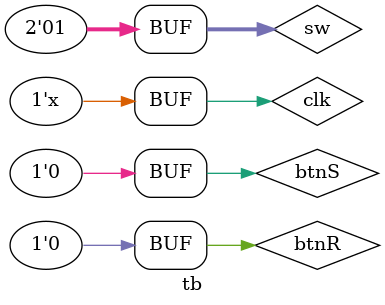
<source format=v>
`timescale 1ns / 1ps
module tb;
   reg       clk;
   reg btnR;
   reg btnS;
   reg [1:0] sw;
   
   wire clk1_en;
   wire clk2_en;
   wire clk3_en;
   wire clk4_en;
   
   wire rst;
   wire adj;
   wire sel;
   wire pause;
   wire [3:0] disp [3:0];   
   wire [3:0] ovf;
   
   wire en_sec, en_min, clk_sec, clk_min;
 
   // End of automatics

   initial
     begin
        clk = 0;
        btnR = 0;
        btnS = 0;
        sw = 2'b01;
     end

   always #5 clk = ~clk; 
   
   debouncer db ( .rst(rst), .pause(pause), .adj(adj), .sel(sel), .btnR(btnR), .btnS(btnS), .sw(sw), .clk(clk3_en) );
   clocks clk_maker( .clk1_en (clk1_en), .clk2_en (clk2_en), .clk3_en (clk3_en), .clk4_en (clk4_en), .clk (clk));
   adjsel as ( .en_sec(en_sec), .en_min(en_min), .clk_sec(clk_sec), .clk_min(clk_min), .clk(clk3_en), .nor_clk(clk1_en), .adj_clk(clk2_en), .adj(adj), .sel(sel), .pause(pause), .ovf(ovf));
   
   counter9 c0( .Q (disp[0]), .ovf(ovf[0]), .clk (clk_sec), .en (en_sec), .rst (rst) );
   counter5 c1( .Q (disp[1]), .ovf(ovf[1]), .clk (ovf[0]), .en (en_sec), .rst (rst) );
   counter9 c2( .Q (disp[2]), .ovf(ovf[2]), .clk (clk_min), .en (en_min), .rst (rst) );
   counter5 c3( .Q (disp[3]), .ovf(ovf[3]), .clk (ovf[2]), .en (en_min), .rst (rst) );
   
endmodule
</source>
